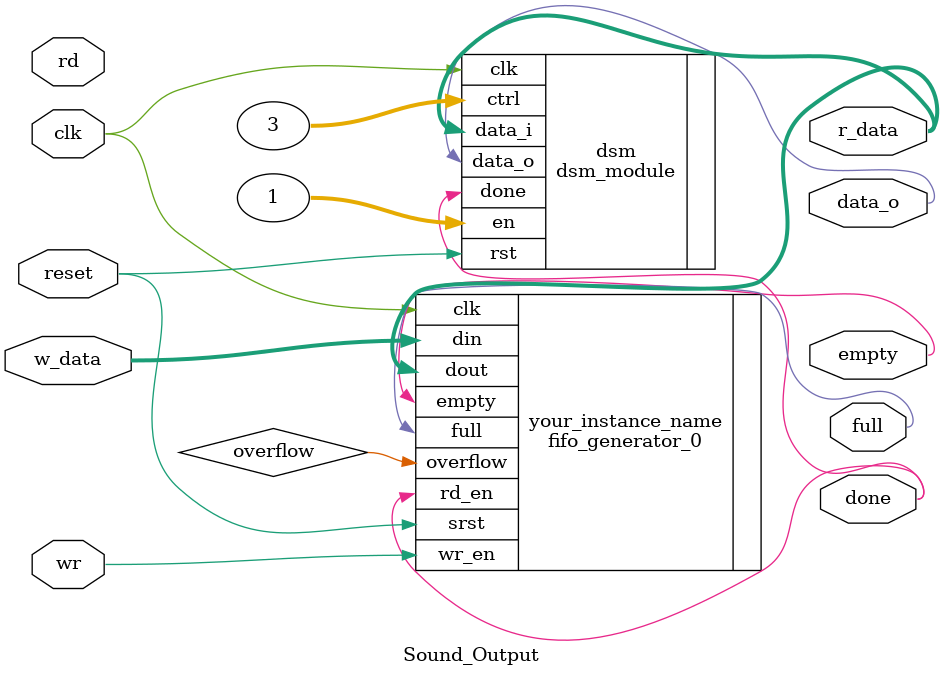
<source format=sv>
`timescale 1ns / 1ps


module Sound_Output #(parameter ADDR_WIDTH = 16, DATA_WIDTH = 16)
    (
        input logic clk, reset,
        input logic wr, rd,
        input logic [DATA_WIDTH - 1: 0] w_data,
        output logic [DATA_WIDTH - 1: 0] r_data,
        output logic full, empty,
        output logic done,
        
        output logic data_o
    );
    fifo_generator_0 your_instance_name (
  .clk(clk),            // input wire clk
  .srst(reset),          // input wire srst
  .din(w_data),            // input wire [15 : 0] din
  .wr_en(wr),        // input wire wr_en
  .rd_en(done),        // input wire rd_en
  .dout(r_data),          // output wire [15 : 0] dout
  .full(full),          // output wire full
  .overflow(overflow),  // output wire overflow
  .empty(empty)        // output wire empty
);
    
    dsm_module dsm(.clk(clk), .rst(reset), .en(1), .ctrl(3), .data_i(r_data), .data_o(data_o), .done(done));
endmodule


/*
module dsm_module (
	input	logic			clk, rst, en,
	input   logic [3:0]     ctrl,
	input	logic [15:0]	data_i,
	output	logic 			data_o,
	output  logic           done
);


module FIFO
    #(parameter ADDR_WIDTH = 16, DATA_WIDTH = 16)
    (
        input logic clk, reset,
        input logic wr, rd,
        input logic [DATA_WIDTH - 1: 0] w_data,
        output logic [DATA_WIDTH - 1: 0] r_data,
        output logic full, empty
    );
    
    // signal declaration
    logic [ADDR_WIDTH - 1: 0] w_addr, r_addr;
    
    // instantiate register file
    reg_file #(.ADDR_WIDTH(ADDR_WIDTH), .DATA_WIDTH(DATA_WIDTH))
        r_file_unit (.w_en( wr & ~full), .*);

    // instantiate fifo controller
    fifo_ctrl #(.ADDR_WIDTH(ADDR_WIDTH))
        ctrl_unit (.*);                    
endmodule
*/
</source>
